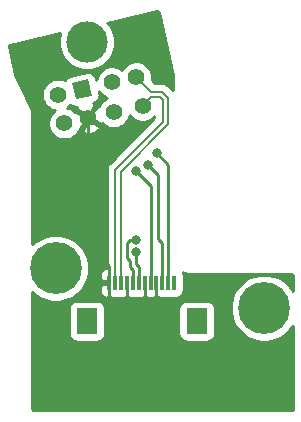
<source format=gtl>
%TF.GenerationSoftware,KiCad,Pcbnew,5.1.12-84ad8e8a86~92~ubuntu20.04.1*%
%TF.CreationDate,2021-12-06T23:57:06-06:00*%
%TF.ProjectId,portboard_img4,706f7274-626f-4617-9264-5f696d67342e,rev?*%
%TF.SameCoordinates,Original*%
%TF.FileFunction,Copper,L1,Top*%
%TF.FilePolarity,Positive*%
%FSLAX46Y46*%
G04 Gerber Fmt 4.6, Leading zero omitted, Abs format (unit mm)*
G04 Created by KiCad (PCBNEW 5.1.12-84ad8e8a86~92~ubuntu20.04.1) date 2021-12-06 23:57:06*
%MOMM*%
%LPD*%
G01*
G04 APERTURE LIST*
%TA.AperFunction,ComponentPad*%
%ADD10C,3.500000*%
%TD*%
%TA.AperFunction,ComponentPad*%
%ADD11C,1.422400*%
%TD*%
%TA.AperFunction,ComponentPad*%
%ADD12C,0.150000*%
%TD*%
%TA.AperFunction,SMDPad,CuDef*%
%ADD13R,0.300000X1.300000*%
%TD*%
%TA.AperFunction,SMDPad,CuDef*%
%ADD14R,1.800000X2.200000*%
%TD*%
%TA.AperFunction,ComponentPad*%
%ADD15C,4.400000*%
%TD*%
%TA.AperFunction,ViaPad*%
%ADD16C,0.800000*%
%TD*%
%TA.AperFunction,Conductor*%
%ADD17C,0.250000*%
%TD*%
%TA.AperFunction,Conductor*%
%ADD18C,0.200000*%
%TD*%
%TA.AperFunction,Conductor*%
%ADD19C,0.254000*%
%TD*%
%TA.AperFunction,Conductor*%
%ADD20C,0.150000*%
%TD*%
G04 APERTURE END LIST*
D10*
%TO.P,J2,SH2*%
%TO.N,N/C*%
X105346500Y-68072000D03*
D11*
%TO.P,J2,2*%
%TO.N,/HSKi*%
X107456078Y-71489554D03*
%TA.AperFunction,ComponentPad*%
D12*
%TO.P,J2,1*%
%TO.N,/HSKo*%
G36*
X104384729Y-72916673D02*
G01*
X104069598Y-71529620D01*
X105456651Y-71214489D01*
X105771782Y-72601542D01*
X104384729Y-72916673D01*
G37*
%TD.AperFunction*%
D11*
%TO.P,J2,3*%
%TO.N,/TXD-*%
X102872876Y-72530832D03*
%TO.P,J2,5*%
%TO.N,/RXD-*%
X109503892Y-71024303D03*
%TO.P,J2,8*%
%TO.N,/RXD+*%
X110057763Y-73462176D03*
%TO.P,J2,6*%
%TO.N,/TXD+*%
X103426748Y-74968706D03*
%TO.P,J2,4*%
%TO.N,GND*%
X105474561Y-74503454D03*
%TO.P,J2,7*%
%TO.N,/GPi*%
X107619890Y-74016047D03*
%TD*%
D13*
%TO.P,J1,12*%
%TO.N,+5V*%
X112732000Y-88447000D03*
%TO.P,J1,11*%
%TO.N,/HSKo*%
X112232000Y-88447000D03*
%TO.P,J1,10*%
%TO.N,/HSKi*%
X111732000Y-88447000D03*
%TO.P,J1,9*%
%TO.N,GND*%
X111232000Y-88447000D03*
%TO.P,J1,8*%
%TO.N,/GPi*%
X110732000Y-88447000D03*
%TO.P,J1,7*%
%TO.N,GND*%
X110232000Y-88447000D03*
%TO.P,J1,6*%
%TO.N,/TXD-*%
X109732000Y-88447000D03*
%TO.P,J1,5*%
%TO.N,/TXD+*%
X109232000Y-88447000D03*
%TO.P,J1,4*%
%TO.N,GND*%
X108732000Y-88447000D03*
%TO.P,J1,3*%
%TO.N,/RXD-*%
X108232000Y-88447000D03*
%TO.P,J1,2*%
%TO.N,/RXD+*%
X107732000Y-88447000D03*
%TO.P,J1,1*%
%TO.N,GND*%
X107232000Y-88447000D03*
D14*
%TO.P,J1,MP*%
%TO.N,N/C*%
X105332000Y-91697000D03*
X114632000Y-91697000D03*
%TD*%
D15*
%TO.P,H2,1*%
%TO.N,N/C*%
X120350000Y-90600000D03*
%TD*%
%TO.P,H1,1*%
%TO.N,N/C*%
X102700000Y-87223800D03*
%TD*%
D16*
%TO.N,GND*%
X109474000Y-92710000D03*
X108057950Y-90887550D03*
X110775750Y-90900250D03*
%TO.N,/HSKo*%
X111251990Y-77470000D03*
%TO.N,/HSKi*%
X110526990Y-78486000D03*
%TO.N,/TXD-*%
X109474000Y-85869000D03*
%TO.N,/TXD+*%
X109474000Y-84819000D03*
%TO.N,/GPi*%
X109474000Y-78994000D03*
%TD*%
D17*
%TO.N,GND*%
X107232000Y-88447000D02*
X107232000Y-90061600D01*
X107232000Y-90061600D02*
X108057950Y-90887550D01*
X111232000Y-90444000D02*
X111232000Y-88447000D01*
X110744000Y-90932000D02*
X110775750Y-90900250D01*
X110232000Y-90885200D02*
X110185200Y-90932000D01*
X110232000Y-88447000D02*
X110232000Y-90885200D01*
X110185200Y-90932000D02*
X110744000Y-90932000D01*
X108732000Y-90774200D02*
X108889800Y-90932000D01*
X108732000Y-88447000D02*
X108732000Y-90774200D01*
X108889800Y-90932000D02*
X110185200Y-90932000D01*
X108102400Y-90932000D02*
X108889800Y-90932000D01*
X107232000Y-88447000D02*
X106142400Y-88447000D01*
X106142400Y-88447000D02*
X106095800Y-88493600D01*
X106095800Y-88493600D02*
X106095800Y-89484200D01*
X106673200Y-90061600D02*
X107232000Y-90061600D01*
X106095800Y-89484200D02*
X106673200Y-90061600D01*
X105474561Y-74503454D02*
X105474561Y-85256161D01*
X107232000Y-87013600D02*
X107232000Y-88447000D01*
X105474561Y-85256161D02*
X107232000Y-87013600D01*
X108057950Y-90887550D02*
X108102400Y-90932000D01*
X110775750Y-90900250D02*
X111232000Y-90444000D01*
X108057950Y-91293950D02*
X109474000Y-92710000D01*
X108057950Y-90887550D02*
X108057950Y-91293950D01*
X109474000Y-92202000D02*
X110775750Y-90900250D01*
X109474000Y-92710000D02*
X109474000Y-92202000D01*
%TO.N,/HSKo*%
X112232000Y-78450010D02*
X111251990Y-77470000D01*
X112232000Y-88447000D02*
X112232000Y-78450010D01*
%TO.N,/HSKi*%
X111379000Y-79338010D02*
X110526990Y-78486000D01*
X111379000Y-84772500D02*
X111379000Y-79338010D01*
X111707001Y-85100501D02*
X111379000Y-84772500D01*
X111707001Y-88422001D02*
X111707001Y-85100501D01*
X111732000Y-88447000D02*
X111707001Y-88422001D01*
%TO.N,/TXD-*%
X109474000Y-85869000D02*
X109474000Y-86868000D01*
X109732000Y-87126000D02*
X109732000Y-88447000D01*
X109474000Y-86868000D02*
X109732000Y-87126000D01*
%TO.N,/TXD+*%
X109474000Y-84819000D02*
X108983000Y-84819000D01*
X108983000Y-84819000D02*
X108712000Y-85090000D01*
X108712000Y-85090000D02*
X108712000Y-86360000D01*
X108712000Y-86360000D02*
X108966000Y-86614000D01*
X108966000Y-86614000D02*
X108966000Y-87122000D01*
X109232000Y-87388000D02*
X109232000Y-88447000D01*
X108966000Y-87122000D02*
X109232000Y-87388000D01*
%TO.N,/GPi*%
X110732000Y-80252000D02*
X109474000Y-78994000D01*
X110732000Y-88447000D02*
X110732000Y-80252000D01*
D18*
%TO.N,/RXD-*%
X108207000Y-87446999D02*
X108207000Y-79055200D01*
X108232000Y-88447000D02*
X108232000Y-87471999D01*
X108232000Y-87471999D02*
X108207000Y-87446999D01*
X108207000Y-79055200D02*
X112239000Y-75023200D01*
X110774764Y-72295175D02*
X111729375Y-72295175D01*
X109503892Y-71024303D02*
X110774764Y-72295175D01*
X111729375Y-72295175D02*
X112239000Y-72804800D01*
X112239000Y-72804800D02*
X112239000Y-75023200D01*
%TO.N,/RXD+*%
X107757000Y-87446999D02*
X107757000Y-78868800D01*
X107732000Y-87471999D02*
X107757000Y-87446999D01*
X107732000Y-88447000D02*
X107732000Y-87471999D01*
X107757000Y-78868800D02*
X111789000Y-74836800D01*
X110774764Y-72745175D02*
X111542975Y-72745175D01*
X110057763Y-73462176D02*
X110774764Y-72745175D01*
X111542975Y-72745175D02*
X111789000Y-72991200D01*
X111789000Y-72991200D02*
X111789000Y-74836800D01*
%TD*%
D19*
%TO.N,GND*%
X111349944Y-65469485D02*
X111361525Y-65472630D01*
X111372273Y-65477964D01*
X111381778Y-65485282D01*
X111389680Y-65494307D01*
X111395680Y-65504697D01*
X111410412Y-65547956D01*
X112615000Y-70847188D01*
X112615000Y-72141353D01*
X112274633Y-71800987D01*
X112251613Y-71772937D01*
X112139695Y-71681088D01*
X112012008Y-71612838D01*
X111873460Y-71570810D01*
X111765480Y-71560175D01*
X111729375Y-71556619D01*
X111693270Y-71560175D01*
X111079211Y-71560175D01*
X110821197Y-71302161D01*
X110850092Y-71156892D01*
X110850092Y-70891714D01*
X110798359Y-70631631D01*
X110696879Y-70386638D01*
X110549554Y-70166150D01*
X110362045Y-69978641D01*
X110141557Y-69831316D01*
X109896564Y-69729836D01*
X109636481Y-69678103D01*
X109371303Y-69678103D01*
X109111220Y-69729836D01*
X108866227Y-69831316D01*
X108645739Y-69978641D01*
X108458230Y-70166150D01*
X108310905Y-70386638D01*
X108293051Y-70429740D01*
X108093743Y-70296567D01*
X107848750Y-70195087D01*
X107588667Y-70143354D01*
X107323489Y-70143354D01*
X107063406Y-70195087D01*
X106818413Y-70296567D01*
X106597925Y-70443892D01*
X106410416Y-70631401D01*
X106263091Y-70851889D01*
X106161611Y-71096882D01*
X106125504Y-71278405D01*
X106078866Y-71073125D01*
X106039332Y-70954453D01*
X105977405Y-70845774D01*
X105895467Y-70751265D01*
X105796664Y-70674557D01*
X105684796Y-70618598D01*
X105564159Y-70585539D01*
X105439391Y-70576650D01*
X105315287Y-70592274D01*
X103928234Y-70907405D01*
X103809562Y-70946939D01*
X103700883Y-71008866D01*
X103606374Y-71090804D01*
X103529666Y-71189607D01*
X103473707Y-71301475D01*
X103468511Y-71320436D01*
X103265548Y-71236365D01*
X103005465Y-71184632D01*
X102740287Y-71184632D01*
X102480204Y-71236365D01*
X102235211Y-71337845D01*
X102014723Y-71485170D01*
X101827214Y-71672679D01*
X101679889Y-71893167D01*
X101578409Y-72138160D01*
X101526676Y-72398243D01*
X101526676Y-72663421D01*
X101578409Y-72923504D01*
X101679889Y-73168497D01*
X101827214Y-73388985D01*
X102014723Y-73576494D01*
X102235211Y-73723819D01*
X102480204Y-73825299D01*
X102661046Y-73861270D01*
X102568595Y-73923044D01*
X102381086Y-74110553D01*
X102233761Y-74331041D01*
X102132281Y-74576034D01*
X102080548Y-74836117D01*
X102080548Y-75101295D01*
X102132281Y-75361378D01*
X102233761Y-75606371D01*
X102381086Y-75826859D01*
X102568595Y-76014368D01*
X102789083Y-76161693D01*
X103034076Y-76263173D01*
X103294159Y-76314906D01*
X103559337Y-76314906D01*
X103819420Y-76263173D01*
X104064413Y-76161693D01*
X104284901Y-76014368D01*
X104472410Y-75826859D01*
X104619735Y-75606371D01*
X104632430Y-75575721D01*
X104949402Y-75575721D01*
X105060755Y-75791320D01*
X105319956Y-75847304D01*
X105585099Y-75851644D01*
X105845994Y-75804174D01*
X106092615Y-75706719D01*
X106315484Y-75563022D01*
X106404214Y-75486094D01*
X106411478Y-75243546D01*
X105514352Y-74678596D01*
X104949402Y-75575721D01*
X104632430Y-75575721D01*
X104668160Y-75489463D01*
X104717753Y-75439870D01*
X104734469Y-75440371D01*
X104763751Y-75393872D01*
X105460420Y-74697203D01*
X105280812Y-74517595D01*
X105272263Y-74526144D01*
X104402294Y-73978295D01*
X104361316Y-73999459D01*
X104284901Y-73923044D01*
X104064413Y-73775719D01*
X103819420Y-73674239D01*
X103638578Y-73638268D01*
X103731029Y-73576494D01*
X103918538Y-73388985D01*
X103933882Y-73366021D01*
X103945913Y-73379897D01*
X104044716Y-73456605D01*
X104156584Y-73512564D01*
X104277221Y-73545623D01*
X104401989Y-73554512D01*
X104526093Y-73538888D01*
X104544492Y-73534708D01*
X104537644Y-73763362D01*
X105434770Y-74328312D01*
X105999720Y-73431187D01*
X105894745Y-73227938D01*
X105913146Y-73223757D01*
X106031818Y-73184223D01*
X106140497Y-73122296D01*
X106235006Y-73040358D01*
X106311714Y-72941555D01*
X106367673Y-72829687D01*
X106400732Y-72709050D01*
X106409621Y-72584282D01*
X106393997Y-72460178D01*
X106346820Y-72252529D01*
X106410416Y-72347707D01*
X106597925Y-72535216D01*
X106818413Y-72682541D01*
X107063406Y-72784021D01*
X107072234Y-72785777D01*
X106982225Y-72823060D01*
X106761737Y-72970385D01*
X106574228Y-73157894D01*
X106426903Y-73378382D01*
X106378500Y-73495237D01*
X106340835Y-73457572D01*
X106231369Y-73567038D01*
X106214653Y-73566537D01*
X106185371Y-73613036D01*
X105488702Y-74309705D01*
X105668310Y-74489313D01*
X105676859Y-74480764D01*
X106546828Y-75028613D01*
X106666719Y-74966691D01*
X106761737Y-75061709D01*
X106982225Y-75209034D01*
X107227218Y-75310514D01*
X107487301Y-75362247D01*
X107752479Y-75362247D01*
X108012562Y-75310514D01*
X108257555Y-75209034D01*
X108478043Y-75061709D01*
X108665552Y-74874200D01*
X108812877Y-74653712D01*
X108914357Y-74408719D01*
X108950328Y-74227879D01*
X109012101Y-74320329D01*
X109199610Y-74507838D01*
X109420098Y-74655163D01*
X109665091Y-74756643D01*
X109925174Y-74808376D01*
X110190352Y-74808376D01*
X110450435Y-74756643D01*
X110695428Y-74655163D01*
X110915916Y-74507838D01*
X111054001Y-74369753D01*
X111054001Y-74532352D01*
X107262808Y-78323546D01*
X107234763Y-78346562D01*
X107142914Y-78458480D01*
X107118720Y-78503744D01*
X107074664Y-78586167D01*
X107032635Y-78724715D01*
X107018444Y-78868800D01*
X107022001Y-78904915D01*
X107022000Y-87165104D01*
X106947268Y-87173315D01*
X106828182Y-87211584D01*
X106718850Y-87272350D01*
X106623474Y-87353278D01*
X106545718Y-87451258D01*
X106488572Y-87562525D01*
X106454230Y-87682802D01*
X106444014Y-87807468D01*
X106447000Y-88161250D01*
X106605750Y-88320000D01*
X106943928Y-88320000D01*
X106943928Y-88574000D01*
X106605750Y-88574000D01*
X106447000Y-88732750D01*
X106444014Y-89086532D01*
X106454230Y-89211198D01*
X106488572Y-89331475D01*
X106545718Y-89442742D01*
X106623474Y-89540722D01*
X106718850Y-89621650D01*
X106828182Y-89682416D01*
X106947268Y-89720685D01*
X107050250Y-89732000D01*
X107187525Y-89594725D01*
X107227506Y-89627537D01*
X107337820Y-89686502D01*
X107381503Y-89699753D01*
X107413750Y-89732000D01*
X107478535Y-89724882D01*
X107582000Y-89735072D01*
X107882000Y-89735072D01*
X107982000Y-89725223D01*
X108082000Y-89735072D01*
X108382000Y-89735072D01*
X108485465Y-89724882D01*
X108550250Y-89732000D01*
X108582497Y-89699753D01*
X108626180Y-89686502D01*
X108732000Y-89629939D01*
X108837820Y-89686502D01*
X108881503Y-89699753D01*
X108913750Y-89732000D01*
X108978535Y-89724882D01*
X109082000Y-89735072D01*
X109382000Y-89735072D01*
X109482000Y-89725223D01*
X109582000Y-89735072D01*
X109882000Y-89735072D01*
X109985465Y-89724882D01*
X110050250Y-89732000D01*
X110082497Y-89699753D01*
X110126180Y-89686502D01*
X110232000Y-89629939D01*
X110337820Y-89686502D01*
X110381503Y-89699753D01*
X110413750Y-89732000D01*
X110478535Y-89724882D01*
X110582000Y-89735072D01*
X110882000Y-89735072D01*
X110985465Y-89724882D01*
X111050250Y-89732000D01*
X111082497Y-89699753D01*
X111126180Y-89686502D01*
X111232000Y-89629939D01*
X111337820Y-89686502D01*
X111381503Y-89699753D01*
X111413750Y-89732000D01*
X111478535Y-89724882D01*
X111582000Y-89735072D01*
X111882000Y-89735072D01*
X111982000Y-89725223D01*
X112082000Y-89735072D01*
X112382000Y-89735072D01*
X112482000Y-89725223D01*
X112582000Y-89735072D01*
X112882000Y-89735072D01*
X113006482Y-89722812D01*
X113126180Y-89686502D01*
X113236494Y-89627537D01*
X113333185Y-89548185D01*
X113412537Y-89451494D01*
X113471502Y-89341180D01*
X113507812Y-89221482D01*
X113520072Y-89097000D01*
X113520072Y-87797000D01*
X113507812Y-87672518D01*
X113478948Y-87577366D01*
X113500082Y-87588603D01*
X113561712Y-87614005D01*
X113622904Y-87640232D01*
X113632699Y-87643265D01*
X113632705Y-87643267D01*
X113632711Y-87643268D01*
X113782176Y-87688394D01*
X113847554Y-87701339D01*
X113912683Y-87715183D01*
X113922889Y-87716256D01*
X114078276Y-87731492D01*
X114078277Y-87731492D01*
X114113895Y-87735000D01*
X122664053Y-87735000D01*
X122711941Y-87739696D01*
X122723427Y-87743163D01*
X122734018Y-87748795D01*
X122743319Y-87756380D01*
X122750965Y-87765623D01*
X122756672Y-87776177D01*
X122760220Y-87787641D01*
X122765000Y-87833114D01*
X122765000Y-89111439D01*
X122552088Y-88792793D01*
X122157207Y-88397912D01*
X121692876Y-88087656D01*
X121176939Y-87873948D01*
X120629223Y-87765000D01*
X120070777Y-87765000D01*
X119523061Y-87873948D01*
X119007124Y-88087656D01*
X118542793Y-88397912D01*
X118147912Y-88792793D01*
X117837656Y-89257124D01*
X117623948Y-89773061D01*
X117515000Y-90320777D01*
X117515000Y-90879223D01*
X117623948Y-91426939D01*
X117837656Y-91942876D01*
X118147912Y-92407207D01*
X118542793Y-92802088D01*
X119007124Y-93112344D01*
X119523061Y-93326052D01*
X120070777Y-93435000D01*
X120629223Y-93435000D01*
X121176939Y-93326052D01*
X121692876Y-93112344D01*
X122157207Y-92802088D01*
X122552088Y-92407207D01*
X122765000Y-92088561D01*
X122765001Y-99164043D01*
X122760304Y-99211941D01*
X122756837Y-99223427D01*
X122751205Y-99234019D01*
X122743622Y-99243316D01*
X122734375Y-99250966D01*
X122723821Y-99256673D01*
X122712361Y-99260220D01*
X122666885Y-99265000D01*
X100835947Y-99265000D01*
X100788059Y-99260304D01*
X100776573Y-99256837D01*
X100765981Y-99251205D01*
X100756684Y-99243622D01*
X100749034Y-99234375D01*
X100743327Y-99223821D01*
X100739780Y-99212361D01*
X100735000Y-99166885D01*
X100735000Y-90597000D01*
X103793928Y-90597000D01*
X103793928Y-92797000D01*
X103806188Y-92921482D01*
X103842498Y-93041180D01*
X103901463Y-93151494D01*
X103980815Y-93248185D01*
X104077506Y-93327537D01*
X104187820Y-93386502D01*
X104307518Y-93422812D01*
X104432000Y-93435072D01*
X106232000Y-93435072D01*
X106356482Y-93422812D01*
X106476180Y-93386502D01*
X106586494Y-93327537D01*
X106683185Y-93248185D01*
X106762537Y-93151494D01*
X106821502Y-93041180D01*
X106857812Y-92921482D01*
X106870072Y-92797000D01*
X106870072Y-90597000D01*
X113093928Y-90597000D01*
X113093928Y-92797000D01*
X113106188Y-92921482D01*
X113142498Y-93041180D01*
X113201463Y-93151494D01*
X113280815Y-93248185D01*
X113377506Y-93327537D01*
X113487820Y-93386502D01*
X113607518Y-93422812D01*
X113732000Y-93435072D01*
X115532000Y-93435072D01*
X115656482Y-93422812D01*
X115776180Y-93386502D01*
X115886494Y-93327537D01*
X115983185Y-93248185D01*
X116062537Y-93151494D01*
X116121502Y-93041180D01*
X116157812Y-92921482D01*
X116170072Y-92797000D01*
X116170072Y-90597000D01*
X116157812Y-90472518D01*
X116121502Y-90352820D01*
X116062537Y-90242506D01*
X115983185Y-90145815D01*
X115886494Y-90066463D01*
X115776180Y-90007498D01*
X115656482Y-89971188D01*
X115532000Y-89958928D01*
X113732000Y-89958928D01*
X113607518Y-89971188D01*
X113487820Y-90007498D01*
X113377506Y-90066463D01*
X113280815Y-90145815D01*
X113201463Y-90242506D01*
X113142498Y-90352820D01*
X113106188Y-90472518D01*
X113093928Y-90597000D01*
X106870072Y-90597000D01*
X106857812Y-90472518D01*
X106821502Y-90352820D01*
X106762537Y-90242506D01*
X106683185Y-90145815D01*
X106586494Y-90066463D01*
X106476180Y-90007498D01*
X106356482Y-89971188D01*
X106232000Y-89958928D01*
X104432000Y-89958928D01*
X104307518Y-89971188D01*
X104187820Y-90007498D01*
X104077506Y-90066463D01*
X103980815Y-90145815D01*
X103901463Y-90242506D01*
X103842498Y-90352820D01*
X103806188Y-90472518D01*
X103793928Y-90597000D01*
X100735000Y-90597000D01*
X100735000Y-89268095D01*
X100892793Y-89425888D01*
X101357124Y-89736144D01*
X101873061Y-89949852D01*
X102420777Y-90058800D01*
X102979223Y-90058800D01*
X103526939Y-89949852D01*
X104042876Y-89736144D01*
X104507207Y-89425888D01*
X104902088Y-89031007D01*
X105212344Y-88566676D01*
X105426052Y-88050739D01*
X105535000Y-87503023D01*
X105535000Y-86944577D01*
X105426052Y-86396861D01*
X105212344Y-85880924D01*
X104902088Y-85416593D01*
X104507207Y-85021712D01*
X104042876Y-84711456D01*
X103526939Y-84497748D01*
X102979223Y-84388800D01*
X102420777Y-84388800D01*
X101873061Y-84497748D01*
X101357124Y-84711456D01*
X100892793Y-85021712D01*
X100735000Y-85179505D01*
X100735000Y-74168832D01*
X100737743Y-74115365D01*
X100729771Y-74060804D01*
X100724365Y-74005915D01*
X100719322Y-73989291D01*
X100716811Y-73972104D01*
X100698346Y-73920142D01*
X100682337Y-73867367D01*
X100657097Y-73820145D01*
X99286433Y-70905737D01*
X98724705Y-68434627D01*
X98718649Y-68386723D01*
X98719484Y-68374753D01*
X98722629Y-68363175D01*
X98727961Y-68352430D01*
X98735282Y-68342921D01*
X98744307Y-68335019D01*
X98754697Y-68329019D01*
X98797983Y-68314278D01*
X103066541Y-67344001D01*
X103053154Y-67376321D01*
X102961500Y-67837098D01*
X102961500Y-68306902D01*
X103053154Y-68767679D01*
X103232940Y-69201721D01*
X103493950Y-69592349D01*
X103826151Y-69924550D01*
X104216779Y-70185560D01*
X104650821Y-70365346D01*
X105111598Y-70457000D01*
X105581402Y-70457000D01*
X106042179Y-70365346D01*
X106476221Y-70185560D01*
X106866849Y-69924550D01*
X107199050Y-69592349D01*
X107460060Y-69201721D01*
X107639846Y-68767679D01*
X107731500Y-68306902D01*
X107731500Y-67837098D01*
X107639846Y-67376321D01*
X107460060Y-66942279D01*
X107199050Y-66551651D01*
X107079275Y-66431876D01*
X111290289Y-65474680D01*
X111337979Y-65468650D01*
X111349944Y-65469485D01*
%TA.AperFunction,Conductor*%
D20*
G36*
X111349944Y-65469485D02*
G01*
X111361525Y-65472630D01*
X111372273Y-65477964D01*
X111381778Y-65485282D01*
X111389680Y-65494307D01*
X111395680Y-65504697D01*
X111410412Y-65547956D01*
X112615000Y-70847188D01*
X112615000Y-72141353D01*
X112274633Y-71800987D01*
X112251613Y-71772937D01*
X112139695Y-71681088D01*
X112012008Y-71612838D01*
X111873460Y-71570810D01*
X111765480Y-71560175D01*
X111729375Y-71556619D01*
X111693270Y-71560175D01*
X111079211Y-71560175D01*
X110821197Y-71302161D01*
X110850092Y-71156892D01*
X110850092Y-70891714D01*
X110798359Y-70631631D01*
X110696879Y-70386638D01*
X110549554Y-70166150D01*
X110362045Y-69978641D01*
X110141557Y-69831316D01*
X109896564Y-69729836D01*
X109636481Y-69678103D01*
X109371303Y-69678103D01*
X109111220Y-69729836D01*
X108866227Y-69831316D01*
X108645739Y-69978641D01*
X108458230Y-70166150D01*
X108310905Y-70386638D01*
X108293051Y-70429740D01*
X108093743Y-70296567D01*
X107848750Y-70195087D01*
X107588667Y-70143354D01*
X107323489Y-70143354D01*
X107063406Y-70195087D01*
X106818413Y-70296567D01*
X106597925Y-70443892D01*
X106410416Y-70631401D01*
X106263091Y-70851889D01*
X106161611Y-71096882D01*
X106125504Y-71278405D01*
X106078866Y-71073125D01*
X106039332Y-70954453D01*
X105977405Y-70845774D01*
X105895467Y-70751265D01*
X105796664Y-70674557D01*
X105684796Y-70618598D01*
X105564159Y-70585539D01*
X105439391Y-70576650D01*
X105315287Y-70592274D01*
X103928234Y-70907405D01*
X103809562Y-70946939D01*
X103700883Y-71008866D01*
X103606374Y-71090804D01*
X103529666Y-71189607D01*
X103473707Y-71301475D01*
X103468511Y-71320436D01*
X103265548Y-71236365D01*
X103005465Y-71184632D01*
X102740287Y-71184632D01*
X102480204Y-71236365D01*
X102235211Y-71337845D01*
X102014723Y-71485170D01*
X101827214Y-71672679D01*
X101679889Y-71893167D01*
X101578409Y-72138160D01*
X101526676Y-72398243D01*
X101526676Y-72663421D01*
X101578409Y-72923504D01*
X101679889Y-73168497D01*
X101827214Y-73388985D01*
X102014723Y-73576494D01*
X102235211Y-73723819D01*
X102480204Y-73825299D01*
X102661046Y-73861270D01*
X102568595Y-73923044D01*
X102381086Y-74110553D01*
X102233761Y-74331041D01*
X102132281Y-74576034D01*
X102080548Y-74836117D01*
X102080548Y-75101295D01*
X102132281Y-75361378D01*
X102233761Y-75606371D01*
X102381086Y-75826859D01*
X102568595Y-76014368D01*
X102789083Y-76161693D01*
X103034076Y-76263173D01*
X103294159Y-76314906D01*
X103559337Y-76314906D01*
X103819420Y-76263173D01*
X104064413Y-76161693D01*
X104284901Y-76014368D01*
X104472410Y-75826859D01*
X104619735Y-75606371D01*
X104632430Y-75575721D01*
X104949402Y-75575721D01*
X105060755Y-75791320D01*
X105319956Y-75847304D01*
X105585099Y-75851644D01*
X105845994Y-75804174D01*
X106092615Y-75706719D01*
X106315484Y-75563022D01*
X106404214Y-75486094D01*
X106411478Y-75243546D01*
X105514352Y-74678596D01*
X104949402Y-75575721D01*
X104632430Y-75575721D01*
X104668160Y-75489463D01*
X104717753Y-75439870D01*
X104734469Y-75440371D01*
X104763751Y-75393872D01*
X105460420Y-74697203D01*
X105280812Y-74517595D01*
X105272263Y-74526144D01*
X104402294Y-73978295D01*
X104361316Y-73999459D01*
X104284901Y-73923044D01*
X104064413Y-73775719D01*
X103819420Y-73674239D01*
X103638578Y-73638268D01*
X103731029Y-73576494D01*
X103918538Y-73388985D01*
X103933882Y-73366021D01*
X103945913Y-73379897D01*
X104044716Y-73456605D01*
X104156584Y-73512564D01*
X104277221Y-73545623D01*
X104401989Y-73554512D01*
X104526093Y-73538888D01*
X104544492Y-73534708D01*
X104537644Y-73763362D01*
X105434770Y-74328312D01*
X105999720Y-73431187D01*
X105894745Y-73227938D01*
X105913146Y-73223757D01*
X106031818Y-73184223D01*
X106140497Y-73122296D01*
X106235006Y-73040358D01*
X106311714Y-72941555D01*
X106367673Y-72829687D01*
X106400732Y-72709050D01*
X106409621Y-72584282D01*
X106393997Y-72460178D01*
X106346820Y-72252529D01*
X106410416Y-72347707D01*
X106597925Y-72535216D01*
X106818413Y-72682541D01*
X107063406Y-72784021D01*
X107072234Y-72785777D01*
X106982225Y-72823060D01*
X106761737Y-72970385D01*
X106574228Y-73157894D01*
X106426903Y-73378382D01*
X106378500Y-73495237D01*
X106340835Y-73457572D01*
X106231369Y-73567038D01*
X106214653Y-73566537D01*
X106185371Y-73613036D01*
X105488702Y-74309705D01*
X105668310Y-74489313D01*
X105676859Y-74480764D01*
X106546828Y-75028613D01*
X106666719Y-74966691D01*
X106761737Y-75061709D01*
X106982225Y-75209034D01*
X107227218Y-75310514D01*
X107487301Y-75362247D01*
X107752479Y-75362247D01*
X108012562Y-75310514D01*
X108257555Y-75209034D01*
X108478043Y-75061709D01*
X108665552Y-74874200D01*
X108812877Y-74653712D01*
X108914357Y-74408719D01*
X108950328Y-74227879D01*
X109012101Y-74320329D01*
X109199610Y-74507838D01*
X109420098Y-74655163D01*
X109665091Y-74756643D01*
X109925174Y-74808376D01*
X110190352Y-74808376D01*
X110450435Y-74756643D01*
X110695428Y-74655163D01*
X110915916Y-74507838D01*
X111054001Y-74369753D01*
X111054001Y-74532352D01*
X107262808Y-78323546D01*
X107234763Y-78346562D01*
X107142914Y-78458480D01*
X107118720Y-78503744D01*
X107074664Y-78586167D01*
X107032635Y-78724715D01*
X107018444Y-78868800D01*
X107022001Y-78904915D01*
X107022000Y-87165104D01*
X106947268Y-87173315D01*
X106828182Y-87211584D01*
X106718850Y-87272350D01*
X106623474Y-87353278D01*
X106545718Y-87451258D01*
X106488572Y-87562525D01*
X106454230Y-87682802D01*
X106444014Y-87807468D01*
X106447000Y-88161250D01*
X106605750Y-88320000D01*
X106943928Y-88320000D01*
X106943928Y-88574000D01*
X106605750Y-88574000D01*
X106447000Y-88732750D01*
X106444014Y-89086532D01*
X106454230Y-89211198D01*
X106488572Y-89331475D01*
X106545718Y-89442742D01*
X106623474Y-89540722D01*
X106718850Y-89621650D01*
X106828182Y-89682416D01*
X106947268Y-89720685D01*
X107050250Y-89732000D01*
X107187525Y-89594725D01*
X107227506Y-89627537D01*
X107337820Y-89686502D01*
X107381503Y-89699753D01*
X107413750Y-89732000D01*
X107478535Y-89724882D01*
X107582000Y-89735072D01*
X107882000Y-89735072D01*
X107982000Y-89725223D01*
X108082000Y-89735072D01*
X108382000Y-89735072D01*
X108485465Y-89724882D01*
X108550250Y-89732000D01*
X108582497Y-89699753D01*
X108626180Y-89686502D01*
X108732000Y-89629939D01*
X108837820Y-89686502D01*
X108881503Y-89699753D01*
X108913750Y-89732000D01*
X108978535Y-89724882D01*
X109082000Y-89735072D01*
X109382000Y-89735072D01*
X109482000Y-89725223D01*
X109582000Y-89735072D01*
X109882000Y-89735072D01*
X109985465Y-89724882D01*
X110050250Y-89732000D01*
X110082497Y-89699753D01*
X110126180Y-89686502D01*
X110232000Y-89629939D01*
X110337820Y-89686502D01*
X110381503Y-89699753D01*
X110413750Y-89732000D01*
X110478535Y-89724882D01*
X110582000Y-89735072D01*
X110882000Y-89735072D01*
X110985465Y-89724882D01*
X111050250Y-89732000D01*
X111082497Y-89699753D01*
X111126180Y-89686502D01*
X111232000Y-89629939D01*
X111337820Y-89686502D01*
X111381503Y-89699753D01*
X111413750Y-89732000D01*
X111478535Y-89724882D01*
X111582000Y-89735072D01*
X111882000Y-89735072D01*
X111982000Y-89725223D01*
X112082000Y-89735072D01*
X112382000Y-89735072D01*
X112482000Y-89725223D01*
X112582000Y-89735072D01*
X112882000Y-89735072D01*
X113006482Y-89722812D01*
X113126180Y-89686502D01*
X113236494Y-89627537D01*
X113333185Y-89548185D01*
X113412537Y-89451494D01*
X113471502Y-89341180D01*
X113507812Y-89221482D01*
X113520072Y-89097000D01*
X113520072Y-87797000D01*
X113507812Y-87672518D01*
X113478948Y-87577366D01*
X113500082Y-87588603D01*
X113561712Y-87614005D01*
X113622904Y-87640232D01*
X113632699Y-87643265D01*
X113632705Y-87643267D01*
X113632711Y-87643268D01*
X113782176Y-87688394D01*
X113847554Y-87701339D01*
X113912683Y-87715183D01*
X113922889Y-87716256D01*
X114078276Y-87731492D01*
X114078277Y-87731492D01*
X114113895Y-87735000D01*
X122664053Y-87735000D01*
X122711941Y-87739696D01*
X122723427Y-87743163D01*
X122734018Y-87748795D01*
X122743319Y-87756380D01*
X122750965Y-87765623D01*
X122756672Y-87776177D01*
X122760220Y-87787641D01*
X122765000Y-87833114D01*
X122765000Y-89111439D01*
X122552088Y-88792793D01*
X122157207Y-88397912D01*
X121692876Y-88087656D01*
X121176939Y-87873948D01*
X120629223Y-87765000D01*
X120070777Y-87765000D01*
X119523061Y-87873948D01*
X119007124Y-88087656D01*
X118542793Y-88397912D01*
X118147912Y-88792793D01*
X117837656Y-89257124D01*
X117623948Y-89773061D01*
X117515000Y-90320777D01*
X117515000Y-90879223D01*
X117623948Y-91426939D01*
X117837656Y-91942876D01*
X118147912Y-92407207D01*
X118542793Y-92802088D01*
X119007124Y-93112344D01*
X119523061Y-93326052D01*
X120070777Y-93435000D01*
X120629223Y-93435000D01*
X121176939Y-93326052D01*
X121692876Y-93112344D01*
X122157207Y-92802088D01*
X122552088Y-92407207D01*
X122765000Y-92088561D01*
X122765001Y-99164043D01*
X122760304Y-99211941D01*
X122756837Y-99223427D01*
X122751205Y-99234019D01*
X122743622Y-99243316D01*
X122734375Y-99250966D01*
X122723821Y-99256673D01*
X122712361Y-99260220D01*
X122666885Y-99265000D01*
X100835947Y-99265000D01*
X100788059Y-99260304D01*
X100776573Y-99256837D01*
X100765981Y-99251205D01*
X100756684Y-99243622D01*
X100749034Y-99234375D01*
X100743327Y-99223821D01*
X100739780Y-99212361D01*
X100735000Y-99166885D01*
X100735000Y-90597000D01*
X103793928Y-90597000D01*
X103793928Y-92797000D01*
X103806188Y-92921482D01*
X103842498Y-93041180D01*
X103901463Y-93151494D01*
X103980815Y-93248185D01*
X104077506Y-93327537D01*
X104187820Y-93386502D01*
X104307518Y-93422812D01*
X104432000Y-93435072D01*
X106232000Y-93435072D01*
X106356482Y-93422812D01*
X106476180Y-93386502D01*
X106586494Y-93327537D01*
X106683185Y-93248185D01*
X106762537Y-93151494D01*
X106821502Y-93041180D01*
X106857812Y-92921482D01*
X106870072Y-92797000D01*
X106870072Y-90597000D01*
X113093928Y-90597000D01*
X113093928Y-92797000D01*
X113106188Y-92921482D01*
X113142498Y-93041180D01*
X113201463Y-93151494D01*
X113280815Y-93248185D01*
X113377506Y-93327537D01*
X113487820Y-93386502D01*
X113607518Y-93422812D01*
X113732000Y-93435072D01*
X115532000Y-93435072D01*
X115656482Y-93422812D01*
X115776180Y-93386502D01*
X115886494Y-93327537D01*
X115983185Y-93248185D01*
X116062537Y-93151494D01*
X116121502Y-93041180D01*
X116157812Y-92921482D01*
X116170072Y-92797000D01*
X116170072Y-90597000D01*
X116157812Y-90472518D01*
X116121502Y-90352820D01*
X116062537Y-90242506D01*
X115983185Y-90145815D01*
X115886494Y-90066463D01*
X115776180Y-90007498D01*
X115656482Y-89971188D01*
X115532000Y-89958928D01*
X113732000Y-89958928D01*
X113607518Y-89971188D01*
X113487820Y-90007498D01*
X113377506Y-90066463D01*
X113280815Y-90145815D01*
X113201463Y-90242506D01*
X113142498Y-90352820D01*
X113106188Y-90472518D01*
X113093928Y-90597000D01*
X106870072Y-90597000D01*
X106857812Y-90472518D01*
X106821502Y-90352820D01*
X106762537Y-90242506D01*
X106683185Y-90145815D01*
X106586494Y-90066463D01*
X106476180Y-90007498D01*
X106356482Y-89971188D01*
X106232000Y-89958928D01*
X104432000Y-89958928D01*
X104307518Y-89971188D01*
X104187820Y-90007498D01*
X104077506Y-90066463D01*
X103980815Y-90145815D01*
X103901463Y-90242506D01*
X103842498Y-90352820D01*
X103806188Y-90472518D01*
X103793928Y-90597000D01*
X100735000Y-90597000D01*
X100735000Y-89268095D01*
X100892793Y-89425888D01*
X101357124Y-89736144D01*
X101873061Y-89949852D01*
X102420777Y-90058800D01*
X102979223Y-90058800D01*
X103526939Y-89949852D01*
X104042876Y-89736144D01*
X104507207Y-89425888D01*
X104902088Y-89031007D01*
X105212344Y-88566676D01*
X105426052Y-88050739D01*
X105535000Y-87503023D01*
X105535000Y-86944577D01*
X105426052Y-86396861D01*
X105212344Y-85880924D01*
X104902088Y-85416593D01*
X104507207Y-85021712D01*
X104042876Y-84711456D01*
X103526939Y-84497748D01*
X102979223Y-84388800D01*
X102420777Y-84388800D01*
X101873061Y-84497748D01*
X101357124Y-84711456D01*
X100892793Y-85021712D01*
X100735000Y-85179505D01*
X100735000Y-74168832D01*
X100737743Y-74115365D01*
X100729771Y-74060804D01*
X100724365Y-74005915D01*
X100719322Y-73989291D01*
X100716811Y-73972104D01*
X100698346Y-73920142D01*
X100682337Y-73867367D01*
X100657097Y-73820145D01*
X99286433Y-70905737D01*
X98724705Y-68434627D01*
X98718649Y-68386723D01*
X98719484Y-68374753D01*
X98722629Y-68363175D01*
X98727961Y-68352430D01*
X98735282Y-68342921D01*
X98744307Y-68335019D01*
X98754697Y-68329019D01*
X98797983Y-68314278D01*
X103066541Y-67344001D01*
X103053154Y-67376321D01*
X102961500Y-67837098D01*
X102961500Y-68306902D01*
X103053154Y-68767679D01*
X103232940Y-69201721D01*
X103493950Y-69592349D01*
X103826151Y-69924550D01*
X104216779Y-70185560D01*
X104650821Y-70365346D01*
X105111598Y-70457000D01*
X105581402Y-70457000D01*
X106042179Y-70365346D01*
X106476221Y-70185560D01*
X106866849Y-69924550D01*
X107199050Y-69592349D01*
X107460060Y-69201721D01*
X107639846Y-68767679D01*
X107731500Y-68306902D01*
X107731500Y-67837098D01*
X107639846Y-67376321D01*
X107460060Y-66942279D01*
X107199050Y-66551651D01*
X107079275Y-66431876D01*
X111290289Y-65474680D01*
X111337979Y-65468650D01*
X111349944Y-65469485D01*
G37*
%TD.AperFunction*%
%TD*%
M02*

</source>
